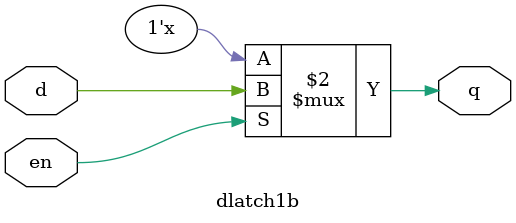
<source format=v>
module dlatch1b(
    input wire d,        // Data input
    input wire en,       // Enable input
    output reg q,        // Output

);
      
      always @(en or d) begin
        if (en) begin
            q <= d; // If enabled, latch the data input
        end

      end

endmodule


</source>
